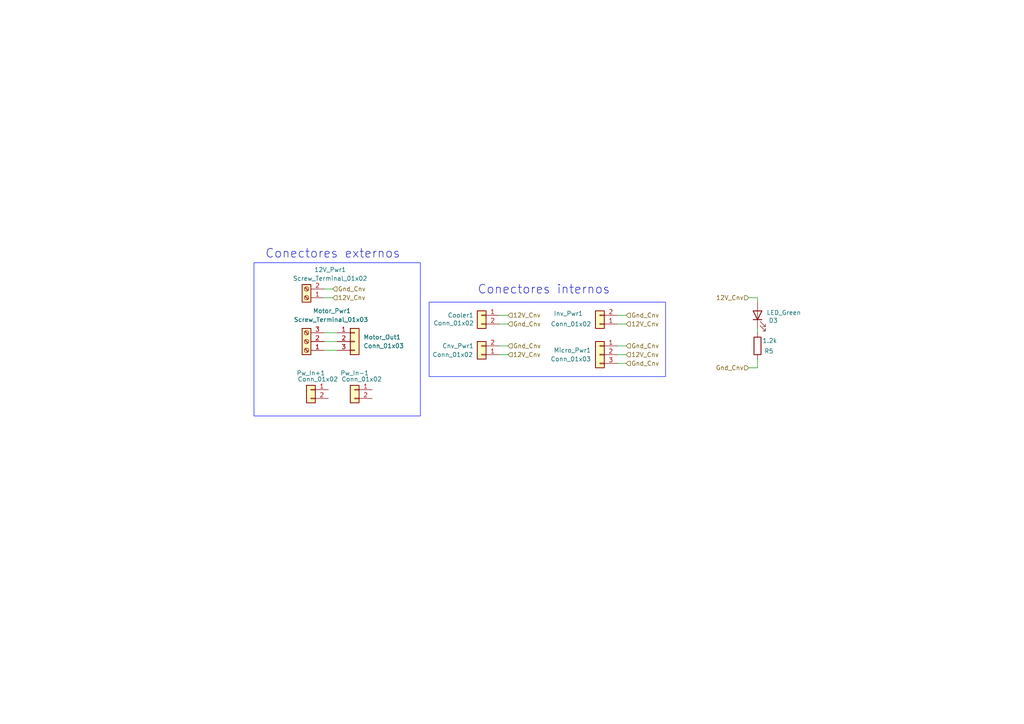
<source format=kicad_sch>
(kicad_sch
	(version 20250114)
	(generator "eeschema")
	(generator_version "9.0")
	(uuid "22a93bdb-8c70-455a-b740-7db7855c2b7c")
	(paper "A4")
	(lib_symbols
		(symbol "Connector:Screw_Terminal_01x02"
			(pin_names
				(offset 1.016)
				(hide yes)
			)
			(exclude_from_sim no)
			(in_bom yes)
			(on_board yes)
			(property "Reference" "J"
				(at 0 2.54 0)
				(effects
					(font
						(size 1.27 1.27)
					)
				)
			)
			(property "Value" "Screw_Terminal_01x02"
				(at 0 -5.08 0)
				(effects
					(font
						(size 1.27 1.27)
					)
				)
			)
			(property "Footprint" ""
				(at 0 0 0)
				(effects
					(font
						(size 1.27 1.27)
					)
					(hide yes)
				)
			)
			(property "Datasheet" "~"
				(at 0 0 0)
				(effects
					(font
						(size 1.27 1.27)
					)
					(hide yes)
				)
			)
			(property "Description" "Generic screw terminal, single row, 01x02, script generated (kicad-library-utils/schlib/autogen/connector/)"
				(at 0 0 0)
				(effects
					(font
						(size 1.27 1.27)
					)
					(hide yes)
				)
			)
			(property "ki_keywords" "screw terminal"
				(at 0 0 0)
				(effects
					(font
						(size 1.27 1.27)
					)
					(hide yes)
				)
			)
			(property "ki_fp_filters" "TerminalBlock*:*"
				(at 0 0 0)
				(effects
					(font
						(size 1.27 1.27)
					)
					(hide yes)
				)
			)
			(symbol "Screw_Terminal_01x02_1_1"
				(rectangle
					(start -1.27 1.27)
					(end 1.27 -3.81)
					(stroke
						(width 0.254)
						(type default)
					)
					(fill
						(type background)
					)
				)
				(polyline
					(pts
						(xy -0.5334 0.3302) (xy 0.3302 -0.508)
					)
					(stroke
						(width 0.1524)
						(type default)
					)
					(fill
						(type none)
					)
				)
				(polyline
					(pts
						(xy -0.5334 -2.2098) (xy 0.3302 -3.048)
					)
					(stroke
						(width 0.1524)
						(type default)
					)
					(fill
						(type none)
					)
				)
				(polyline
					(pts
						(xy -0.3556 0.508) (xy 0.508 -0.3302)
					)
					(stroke
						(width 0.1524)
						(type default)
					)
					(fill
						(type none)
					)
				)
				(polyline
					(pts
						(xy -0.3556 -2.032) (xy 0.508 -2.8702)
					)
					(stroke
						(width 0.1524)
						(type default)
					)
					(fill
						(type none)
					)
				)
				(circle
					(center 0 0)
					(radius 0.635)
					(stroke
						(width 0.1524)
						(type default)
					)
					(fill
						(type none)
					)
				)
				(circle
					(center 0 -2.54)
					(radius 0.635)
					(stroke
						(width 0.1524)
						(type default)
					)
					(fill
						(type none)
					)
				)
				(pin passive line
					(at -5.08 0 0)
					(length 3.81)
					(name "Pin_1"
						(effects
							(font
								(size 1.27 1.27)
							)
						)
					)
					(number "1"
						(effects
							(font
								(size 1.27 1.27)
							)
						)
					)
				)
				(pin passive line
					(at -5.08 -2.54 0)
					(length 3.81)
					(name "Pin_2"
						(effects
							(font
								(size 1.27 1.27)
							)
						)
					)
					(number "2"
						(effects
							(font
								(size 1.27 1.27)
							)
						)
					)
				)
			)
			(embedded_fonts no)
		)
		(symbol "Connector:Screw_Terminal_01x03"
			(pin_names
				(offset 1.016)
				(hide yes)
			)
			(exclude_from_sim no)
			(in_bom yes)
			(on_board yes)
			(property "Reference" "J"
				(at 0 5.08 0)
				(effects
					(font
						(size 1.27 1.27)
					)
				)
			)
			(property "Value" "Screw_Terminal_01x03"
				(at 0 -5.08 0)
				(effects
					(font
						(size 1.27 1.27)
					)
				)
			)
			(property "Footprint" ""
				(at 0 0 0)
				(effects
					(font
						(size 1.27 1.27)
					)
					(hide yes)
				)
			)
			(property "Datasheet" "~"
				(at 0 0 0)
				(effects
					(font
						(size 1.27 1.27)
					)
					(hide yes)
				)
			)
			(property "Description" "Generic screw terminal, single row, 01x03, script generated (kicad-library-utils/schlib/autogen/connector/)"
				(at 0 0 0)
				(effects
					(font
						(size 1.27 1.27)
					)
					(hide yes)
				)
			)
			(property "ki_keywords" "screw terminal"
				(at 0 0 0)
				(effects
					(font
						(size 1.27 1.27)
					)
					(hide yes)
				)
			)
			(property "ki_fp_filters" "TerminalBlock*:*"
				(at 0 0 0)
				(effects
					(font
						(size 1.27 1.27)
					)
					(hide yes)
				)
			)
			(symbol "Screw_Terminal_01x03_1_1"
				(rectangle
					(start -1.27 3.81)
					(end 1.27 -3.81)
					(stroke
						(width 0.254)
						(type default)
					)
					(fill
						(type background)
					)
				)
				(polyline
					(pts
						(xy -0.5334 2.8702) (xy 0.3302 2.032)
					)
					(stroke
						(width 0.1524)
						(type default)
					)
					(fill
						(type none)
					)
				)
				(polyline
					(pts
						(xy -0.5334 0.3302) (xy 0.3302 -0.508)
					)
					(stroke
						(width 0.1524)
						(type default)
					)
					(fill
						(type none)
					)
				)
				(polyline
					(pts
						(xy -0.5334 -2.2098) (xy 0.3302 -3.048)
					)
					(stroke
						(width 0.1524)
						(type default)
					)
					(fill
						(type none)
					)
				)
				(polyline
					(pts
						(xy -0.3556 3.048) (xy 0.508 2.2098)
					)
					(stroke
						(width 0.1524)
						(type default)
					)
					(fill
						(type none)
					)
				)
				(polyline
					(pts
						(xy -0.3556 0.508) (xy 0.508 -0.3302)
					)
					(stroke
						(width 0.1524)
						(type default)
					)
					(fill
						(type none)
					)
				)
				(polyline
					(pts
						(xy -0.3556 -2.032) (xy 0.508 -2.8702)
					)
					(stroke
						(width 0.1524)
						(type default)
					)
					(fill
						(type none)
					)
				)
				(circle
					(center 0 2.54)
					(radius 0.635)
					(stroke
						(width 0.1524)
						(type default)
					)
					(fill
						(type none)
					)
				)
				(circle
					(center 0 0)
					(radius 0.635)
					(stroke
						(width 0.1524)
						(type default)
					)
					(fill
						(type none)
					)
				)
				(circle
					(center 0 -2.54)
					(radius 0.635)
					(stroke
						(width 0.1524)
						(type default)
					)
					(fill
						(type none)
					)
				)
				(pin passive line
					(at -5.08 2.54 0)
					(length 3.81)
					(name "Pin_1"
						(effects
							(font
								(size 1.27 1.27)
							)
						)
					)
					(number "1"
						(effects
							(font
								(size 1.27 1.27)
							)
						)
					)
				)
				(pin passive line
					(at -5.08 0 0)
					(length 3.81)
					(name "Pin_2"
						(effects
							(font
								(size 1.27 1.27)
							)
						)
					)
					(number "2"
						(effects
							(font
								(size 1.27 1.27)
							)
						)
					)
				)
				(pin passive line
					(at -5.08 -2.54 0)
					(length 3.81)
					(name "Pin_3"
						(effects
							(font
								(size 1.27 1.27)
							)
						)
					)
					(number "3"
						(effects
							(font
								(size 1.27 1.27)
							)
						)
					)
				)
			)
			(embedded_fonts no)
		)
		(symbol "Connector_Generic:Conn_01x02"
			(pin_names
				(offset 1.016)
				(hide yes)
			)
			(exclude_from_sim no)
			(in_bom yes)
			(on_board yes)
			(property "Reference" "J"
				(at 0 2.54 0)
				(effects
					(font
						(size 1.27 1.27)
					)
				)
			)
			(property "Value" "Conn_01x02"
				(at 0 -5.08 0)
				(effects
					(font
						(size 1.27 1.27)
					)
				)
			)
			(property "Footprint" ""
				(at 0 0 0)
				(effects
					(font
						(size 1.27 1.27)
					)
					(hide yes)
				)
			)
			(property "Datasheet" "~"
				(at 0 0 0)
				(effects
					(font
						(size 1.27 1.27)
					)
					(hide yes)
				)
			)
			(property "Description" "Generic connector, single row, 01x02, script generated (kicad-library-utils/schlib/autogen/connector/)"
				(at 0 0 0)
				(effects
					(font
						(size 1.27 1.27)
					)
					(hide yes)
				)
			)
			(property "ki_keywords" "connector"
				(at 0 0 0)
				(effects
					(font
						(size 1.27 1.27)
					)
					(hide yes)
				)
			)
			(property "ki_fp_filters" "Connector*:*_1x??_*"
				(at 0 0 0)
				(effects
					(font
						(size 1.27 1.27)
					)
					(hide yes)
				)
			)
			(symbol "Conn_01x02_1_1"
				(rectangle
					(start -1.27 1.27)
					(end 1.27 -3.81)
					(stroke
						(width 0.254)
						(type default)
					)
					(fill
						(type background)
					)
				)
				(rectangle
					(start -1.27 0.127)
					(end 0 -0.127)
					(stroke
						(width 0.1524)
						(type default)
					)
					(fill
						(type none)
					)
				)
				(rectangle
					(start -1.27 -2.413)
					(end 0 -2.667)
					(stroke
						(width 0.1524)
						(type default)
					)
					(fill
						(type none)
					)
				)
				(pin passive line
					(at -5.08 0 0)
					(length 3.81)
					(name "Pin_1"
						(effects
							(font
								(size 1.27 1.27)
							)
						)
					)
					(number "1"
						(effects
							(font
								(size 1.27 1.27)
							)
						)
					)
				)
				(pin passive line
					(at -5.08 -2.54 0)
					(length 3.81)
					(name "Pin_2"
						(effects
							(font
								(size 1.27 1.27)
							)
						)
					)
					(number "2"
						(effects
							(font
								(size 1.27 1.27)
							)
						)
					)
				)
			)
			(embedded_fonts no)
		)
		(symbol "Connector_Generic:Conn_01x03"
			(pin_names
				(offset 1.016)
				(hide yes)
			)
			(exclude_from_sim no)
			(in_bom yes)
			(on_board yes)
			(property "Reference" "J"
				(at 0 5.08 0)
				(effects
					(font
						(size 1.27 1.27)
					)
				)
			)
			(property "Value" "Conn_01x03"
				(at 0 -5.08 0)
				(effects
					(font
						(size 1.27 1.27)
					)
				)
			)
			(property "Footprint" ""
				(at 0 0 0)
				(effects
					(font
						(size 1.27 1.27)
					)
					(hide yes)
				)
			)
			(property "Datasheet" "~"
				(at 0 0 0)
				(effects
					(font
						(size 1.27 1.27)
					)
					(hide yes)
				)
			)
			(property "Description" "Generic connector, single row, 01x03, script generated (kicad-library-utils/schlib/autogen/connector/)"
				(at 0 0 0)
				(effects
					(font
						(size 1.27 1.27)
					)
					(hide yes)
				)
			)
			(property "ki_keywords" "connector"
				(at 0 0 0)
				(effects
					(font
						(size 1.27 1.27)
					)
					(hide yes)
				)
			)
			(property "ki_fp_filters" "Connector*:*_1x??_*"
				(at 0 0 0)
				(effects
					(font
						(size 1.27 1.27)
					)
					(hide yes)
				)
			)
			(symbol "Conn_01x03_1_1"
				(rectangle
					(start -1.27 3.81)
					(end 1.27 -3.81)
					(stroke
						(width 0.254)
						(type default)
					)
					(fill
						(type background)
					)
				)
				(rectangle
					(start -1.27 2.667)
					(end 0 2.413)
					(stroke
						(width 0.1524)
						(type default)
					)
					(fill
						(type none)
					)
				)
				(rectangle
					(start -1.27 0.127)
					(end 0 -0.127)
					(stroke
						(width 0.1524)
						(type default)
					)
					(fill
						(type none)
					)
				)
				(rectangle
					(start -1.27 -2.413)
					(end 0 -2.667)
					(stroke
						(width 0.1524)
						(type default)
					)
					(fill
						(type none)
					)
				)
				(pin passive line
					(at -5.08 2.54 0)
					(length 3.81)
					(name "Pin_1"
						(effects
							(font
								(size 1.27 1.27)
							)
						)
					)
					(number "1"
						(effects
							(font
								(size 1.27 1.27)
							)
						)
					)
				)
				(pin passive line
					(at -5.08 0 0)
					(length 3.81)
					(name "Pin_2"
						(effects
							(font
								(size 1.27 1.27)
							)
						)
					)
					(number "2"
						(effects
							(font
								(size 1.27 1.27)
							)
						)
					)
				)
				(pin passive line
					(at -5.08 -2.54 0)
					(length 3.81)
					(name "Pin_3"
						(effects
							(font
								(size 1.27 1.27)
							)
						)
					)
					(number "3"
						(effects
							(font
								(size 1.27 1.27)
							)
						)
					)
				)
			)
			(embedded_fonts no)
		)
		(symbol "Device:LED"
			(pin_numbers
				(hide yes)
			)
			(pin_names
				(offset 1.016)
				(hide yes)
			)
			(exclude_from_sim no)
			(in_bom yes)
			(on_board yes)
			(property "Reference" "D"
				(at 0 2.54 0)
				(effects
					(font
						(size 1.27 1.27)
					)
				)
			)
			(property "Value" "LED"
				(at 0 -2.54 0)
				(effects
					(font
						(size 1.27 1.27)
					)
				)
			)
			(property "Footprint" ""
				(at 0 0 0)
				(effects
					(font
						(size 1.27 1.27)
					)
					(hide yes)
				)
			)
			(property "Datasheet" "~"
				(at 0 0 0)
				(effects
					(font
						(size 1.27 1.27)
					)
					(hide yes)
				)
			)
			(property "Description" "Light emitting diode"
				(at 0 0 0)
				(effects
					(font
						(size 1.27 1.27)
					)
					(hide yes)
				)
			)
			(property "Sim.Pins" "1=K 2=A"
				(at 0 0 0)
				(effects
					(font
						(size 1.27 1.27)
					)
					(hide yes)
				)
			)
			(property "ki_keywords" "LED diode"
				(at 0 0 0)
				(effects
					(font
						(size 1.27 1.27)
					)
					(hide yes)
				)
			)
			(property "ki_fp_filters" "LED* LED_SMD:* LED_THT:*"
				(at 0 0 0)
				(effects
					(font
						(size 1.27 1.27)
					)
					(hide yes)
				)
			)
			(symbol "LED_0_1"
				(polyline
					(pts
						(xy -3.048 -0.762) (xy -4.572 -2.286) (xy -3.81 -2.286) (xy -4.572 -2.286) (xy -4.572 -1.524)
					)
					(stroke
						(width 0)
						(type default)
					)
					(fill
						(type none)
					)
				)
				(polyline
					(pts
						(xy -1.778 -0.762) (xy -3.302 -2.286) (xy -2.54 -2.286) (xy -3.302 -2.286) (xy -3.302 -1.524)
					)
					(stroke
						(width 0)
						(type default)
					)
					(fill
						(type none)
					)
				)
				(polyline
					(pts
						(xy -1.27 0) (xy 1.27 0)
					)
					(stroke
						(width 0)
						(type default)
					)
					(fill
						(type none)
					)
				)
				(polyline
					(pts
						(xy -1.27 -1.27) (xy -1.27 1.27)
					)
					(stroke
						(width 0.254)
						(type default)
					)
					(fill
						(type none)
					)
				)
				(polyline
					(pts
						(xy 1.27 -1.27) (xy 1.27 1.27) (xy -1.27 0) (xy 1.27 -1.27)
					)
					(stroke
						(width 0.254)
						(type default)
					)
					(fill
						(type none)
					)
				)
			)
			(symbol "LED_1_1"
				(pin passive line
					(at -3.81 0 0)
					(length 2.54)
					(name "K"
						(effects
							(font
								(size 1.27 1.27)
							)
						)
					)
					(number "1"
						(effects
							(font
								(size 1.27 1.27)
							)
						)
					)
				)
				(pin passive line
					(at 3.81 0 180)
					(length 2.54)
					(name "A"
						(effects
							(font
								(size 1.27 1.27)
							)
						)
					)
					(number "2"
						(effects
							(font
								(size 1.27 1.27)
							)
						)
					)
				)
			)
			(embedded_fonts no)
		)
		(symbol "Device:R"
			(pin_numbers
				(hide yes)
			)
			(pin_names
				(offset 0)
			)
			(exclude_from_sim no)
			(in_bom yes)
			(on_board yes)
			(property "Reference" "R"
				(at 2.032 0 90)
				(effects
					(font
						(size 1.27 1.27)
					)
				)
			)
			(property "Value" "R"
				(at 0 0 90)
				(effects
					(font
						(size 1.27 1.27)
					)
				)
			)
			(property "Footprint" ""
				(at -1.778 0 90)
				(effects
					(font
						(size 1.27 1.27)
					)
					(hide yes)
				)
			)
			(property "Datasheet" "~"
				(at 0 0 0)
				(effects
					(font
						(size 1.27 1.27)
					)
					(hide yes)
				)
			)
			(property "Description" "Resistor"
				(at 0 0 0)
				(effects
					(font
						(size 1.27 1.27)
					)
					(hide yes)
				)
			)
			(property "ki_keywords" "R res resistor"
				(at 0 0 0)
				(effects
					(font
						(size 1.27 1.27)
					)
					(hide yes)
				)
			)
			(property "ki_fp_filters" "R_*"
				(at 0 0 0)
				(effects
					(font
						(size 1.27 1.27)
					)
					(hide yes)
				)
			)
			(symbol "R_0_1"
				(rectangle
					(start -1.016 -2.54)
					(end 1.016 2.54)
					(stroke
						(width 0.254)
						(type default)
					)
					(fill
						(type none)
					)
				)
			)
			(symbol "R_1_1"
				(pin passive line
					(at 0 3.81 270)
					(length 1.27)
					(name "~"
						(effects
							(font
								(size 1.27 1.27)
							)
						)
					)
					(number "1"
						(effects
							(font
								(size 1.27 1.27)
							)
						)
					)
				)
				(pin passive line
					(at 0 -3.81 90)
					(length 1.27)
					(name "~"
						(effects
							(font
								(size 1.27 1.27)
							)
						)
					)
					(number "2"
						(effects
							(font
								(size 1.27 1.27)
							)
						)
					)
				)
			)
			(embedded_fonts no)
		)
	)
	(text "Conectores internos"
		(exclude_from_sim no)
		(at 157.734 84.074 0)
		(effects
			(font
				(size 2.54 2.54)
			)
		)
		(uuid "34db0ffb-9377-4830-8de4-96022e7932f9")
	)
	(text "Conectores externos\n"
		(exclude_from_sim no)
		(at 96.52 73.66 0)
		(effects
			(font
				(size 2.54 2.54)
			)
		)
		(uuid "efd4a669-0baa-475a-8e91-400fb0dee048")
	)
	(wire
		(pts
			(xy 96.52 86.36) (xy 93.98 86.36)
		)
		(stroke
			(width 0)
			(type default)
		)
		(uuid "1363c1f9-4913-45d5-bc2b-87d339800997")
	)
	(wire
		(pts
			(xy 181.61 91.44) (xy 179.07 91.44)
		)
		(stroke
			(width 0)
			(type default)
		)
		(uuid "17f3e917-9086-4a26-bc60-8e58f8ae3ad0")
	)
	(wire
		(pts
			(xy 93.98 99.06) (xy 97.79 99.06)
		)
		(stroke
			(width 0)
			(type default)
		)
		(uuid "227e2149-2f15-4671-bfd8-3b6334f5407d")
	)
	(wire
		(pts
			(xy 147.32 102.87) (xy 144.78 102.87)
		)
		(stroke
			(width 0)
			(type default)
		)
		(uuid "2f843df4-1dcb-49b6-aa10-6efc609d52aa")
	)
	(wire
		(pts
			(xy 147.32 93.98) (xy 144.78 93.98)
		)
		(stroke
			(width 0)
			(type default)
		)
		(uuid "50c6eb0e-9c22-404d-908b-424973c874c5")
	)
	(wire
		(pts
			(xy 181.61 93.98) (xy 179.07 93.98)
		)
		(stroke
			(width 0)
			(type default)
		)
		(uuid "61da640d-814c-4502-89ca-6dafa484db20")
	)
	(wire
		(pts
			(xy 217.17 86.36) (xy 219.71 86.36)
		)
		(stroke
			(width 0)
			(type default)
		)
		(uuid "63cd7c99-7a7c-45a2-b73b-f9d32e896696")
	)
	(wire
		(pts
			(xy 219.71 95.25) (xy 219.71 96.52)
		)
		(stroke
			(width 0)
			(type default)
		)
		(uuid "65daff30-6b72-448c-be7d-23c01bec4103")
	)
	(wire
		(pts
			(xy 93.98 96.52) (xy 97.79 96.52)
		)
		(stroke
			(width 0)
			(type default)
		)
		(uuid "6b0853ae-0367-4248-a9d2-20d9bad58c1b")
	)
	(wire
		(pts
			(xy 147.32 91.44) (xy 144.78 91.44)
		)
		(stroke
			(width 0)
			(type default)
		)
		(uuid "73291e20-5fac-4ba6-8f87-adf476d07756")
	)
	(wire
		(pts
			(xy 217.17 106.68) (xy 219.71 106.68)
		)
		(stroke
			(width 0)
			(type default)
		)
		(uuid "867268de-461d-42dd-a1ee-2c05f39e0216")
	)
	(wire
		(pts
			(xy 219.71 106.68) (xy 219.71 104.14)
		)
		(stroke
			(width 0)
			(type default)
		)
		(uuid "89de8c5b-1636-4105-8339-5ea8fe5870aa")
	)
	(wire
		(pts
			(xy 147.32 100.33) (xy 144.78 100.33)
		)
		(stroke
			(width 0)
			(type default)
		)
		(uuid "8c169b6e-a6c2-4bfc-8439-ef81f5f4611a")
	)
	(wire
		(pts
			(xy 181.61 100.33) (xy 179.07 100.33)
		)
		(stroke
			(width 0)
			(type default)
		)
		(uuid "94cc5486-b448-4b1b-b4e3-ffa8aa79fd40")
	)
	(wire
		(pts
			(xy 181.61 102.87) (xy 179.07 102.87)
		)
		(stroke
			(width 0)
			(type default)
		)
		(uuid "a63d4327-66f9-4529-a34b-e279acc6321d")
	)
	(wire
		(pts
			(xy 219.71 86.36) (xy 219.71 87.63)
		)
		(stroke
			(width 0)
			(type default)
		)
		(uuid "a65a9967-fedb-4060-acf0-529c45117655")
	)
	(wire
		(pts
			(xy 179.07 105.41) (xy 181.61 105.41)
		)
		(stroke
			(width 0)
			(type default)
		)
		(uuid "a8719b27-11a3-4d4d-81fc-f3367cbe61cf")
	)
	(wire
		(pts
			(xy 96.52 83.82) (xy 93.98 83.82)
		)
		(stroke
			(width 0)
			(type default)
		)
		(uuid "c07ab6e3-5dd5-46ec-897a-47e7c22a5569")
	)
	(wire
		(pts
			(xy 93.98 101.6) (xy 97.79 101.6)
		)
		(stroke
			(width 0)
			(type default)
		)
		(uuid "f168c56e-8e71-4ca8-843f-27044e5b45cd")
	)
	(hierarchical_label "Gnd_Cnv"
		(shape input)
		(at 147.32 100.33 0)
		(effects
			(font
				(size 1.27 1.27)
			)
			(justify left)
		)
		(uuid "01be393e-7ecb-4e20-b667-8459ba4d2e00")
	)
	(hierarchical_label "12V_Cnv"
		(shape input)
		(at 147.32 102.87 0)
		(effects
			(font
				(size 1.27 1.27)
			)
			(justify left)
		)
		(uuid "0ccbb243-b8c2-4a8e-b377-896c7806f4de")
	)
	(hierarchical_label "Gnd_Cnv"
		(shape input)
		(at 181.61 105.41 0)
		(effects
			(font
				(size 1.27 1.27)
			)
			(justify left)
		)
		(uuid "4126b4df-c96b-4c40-ab7a-cea91c6b9608")
	)
	(hierarchical_label "Gnd_Cnv"
		(shape input)
		(at 181.61 91.44 0)
		(effects
			(font
				(size 1.27 1.27)
			)
			(justify left)
		)
		(uuid "48084d0e-252d-4ee1-8761-a96b2ed0f7f9")
	)
	(hierarchical_label "12V_Cnv"
		(shape input)
		(at 217.17 86.36 180)
		(effects
			(font
				(size 1.27 1.27)
			)
			(justify right)
		)
		(uuid "53cb4f5f-7737-41d3-bbbb-a31c5eb2a4bc")
	)
	(hierarchical_label "12V_Cnv"
		(shape input)
		(at 181.61 102.87 0)
		(effects
			(font
				(size 1.27 1.27)
			)
			(justify left)
		)
		(uuid "59726633-dad9-4fb3-8511-1e2a1d9ec528")
	)
	(hierarchical_label "12V_Cnv"
		(shape input)
		(at 181.61 93.98 0)
		(effects
			(font
				(size 1.27 1.27)
			)
			(justify left)
		)
		(uuid "75c33fec-a23c-4c6f-80f9-6562b714e8f9")
	)
	(hierarchical_label "Gnd_Cnv"
		(shape input)
		(at 217.17 106.68 180)
		(effects
			(font
				(size 1.27 1.27)
			)
			(justify right)
		)
		(uuid "77ed8805-de65-4741-82fe-6b821c72173d")
	)
	(hierarchical_label "12V_Cnv"
		(shape input)
		(at 96.52 86.36 0)
		(effects
			(font
				(size 1.27 1.27)
			)
			(justify left)
		)
		(uuid "989655aa-62dd-4725-be6f-0cd8836d38d5")
	)
	(hierarchical_label "Gnd_Cnv"
		(shape input)
		(at 147.32 93.98 0)
		(effects
			(font
				(size 1.27 1.27)
			)
			(justify left)
		)
		(uuid "a94a2b5a-7e30-4500-b326-76ed21f97f37")
	)
	(hierarchical_label "Gnd_Cnv"
		(shape input)
		(at 96.52 83.82 0)
		(effects
			(font
				(size 1.27 1.27)
			)
			(justify left)
		)
		(uuid "a9c0eb38-6980-4944-aefe-d09c4ca816d7")
	)
	(hierarchical_label "Gnd_Cnv"
		(shape input)
		(at 181.61 100.33 0)
		(effects
			(font
				(size 1.27 1.27)
			)
			(justify left)
		)
		(uuid "c7266527-19b4-443e-86ea-e799838ffc9f")
	)
	(hierarchical_label "12V_Cnv"
		(shape input)
		(at 147.32 91.44 0)
		(effects
			(font
				(size 1.27 1.27)
			)
			(justify left)
		)
		(uuid "eb0b5c4e-9644-4b5c-bb91-924a268ef32e")
	)
	(rule_area
		(polyline
			(pts
				(xy 73.66 76.2) (xy 73.66 120.65) (xy 121.92 120.65) (xy 121.92 76.2)
			)
			(stroke
				(width 0)
				(type solid)
				(color 0 14 255 1)
			)
			(fill
				(type none)
			)
			(uuid 0f9b4c75-8773-452e-98a9-64c46c2a2b60)
		)
	)
	(rule_area
		(polyline
			(pts
				(xy 124.46 87.63) (xy 124.46 109.22) (xy 193.04 109.22) (xy 193.04 87.63)
			)
			(stroke
				(width 0)
				(type solid)
				(color 0 14 255 1)
			)
			(fill
				(type none)
			)
			(uuid 909e5b74-d8d1-46da-8698-f70ae2831451)
		)
	)
	(symbol
		(lib_id "Device:LED")
		(at 219.71 91.44 90)
		(unit 1)
		(exclude_from_sim no)
		(in_bom yes)
		(on_board yes)
		(dnp no)
		(uuid "12f723ac-6df6-4b08-b9bf-8e2f4607b418")
		(property "Reference" "D3"
			(at 224.282 92.964 90)
			(effects
				(font
					(size 1.27 1.27)
				)
			)
		)
		(property "Value" "LED_Green"
			(at 227.33 90.678 90)
			(effects
				(font
					(size 1.27 1.27)
				)
			)
		)
		(property "Footprint" "LED_THT:LED_Rectangular_W5.0mm_H2.0mm"
			(at 219.71 91.44 0)
			(effects
				(font
					(size 1.27 1.27)
				)
				(hide yes)
			)
		)
		(property "Datasheet" "~"
			(at 219.71 91.44 0)
			(effects
				(font
					(size 1.27 1.27)
				)
				(hide yes)
			)
		)
		(property "Description" "Light emitting diode"
			(at 219.71 91.44 0)
			(effects
				(font
					(size 1.27 1.27)
				)
				(hide yes)
			)
		)
		(property "Sim.Pins" "1=K 2=A"
			(at 219.71 91.44 0)
			(effects
				(font
					(size 1.27 1.27)
				)
				(hide yes)
			)
		)
		(pin "1"
			(uuid "f0d0958f-3649-4447-b846-483ebe287f21")
		)
		(pin "2"
			(uuid "c00e8eb5-639b-4122-991d-a53e75df7955")
		)
		(instances
			(project "VFD_V1"
				(path "/e60c11d9-ab9e-4760-a4a7-008fcec65a72/fc30a5fb-ff38-4397-8c78-21712589d910"
					(reference "D3")
					(unit 1)
				)
			)
		)
	)
	(symbol
		(lib_id "Connector:Screw_Terminal_01x02")
		(at 88.9 86.36 180)
		(unit 1)
		(exclude_from_sim no)
		(in_bom yes)
		(on_board yes)
		(dnp no)
		(uuid "4879d53a-4292-4247-a619-cddb5252de6b")
		(property "Reference" "12V_Pwr1"
			(at 95.758 78.232 0)
			(effects
				(font
					(size 1.27 1.27)
				)
			)
		)
		(property "Value" "Screw_Terminal_01x02"
			(at 95.758 80.772 0)
			(effects
				(font
					(size 1.27 1.27)
				)
			)
		)
		(property "Footprint" "TerminalBlock_Phoenix:TerminalBlock_Phoenix_MKDS-1,5-2_1x02_P5.00mm_Horizontal"
			(at 88.9 86.36 0)
			(effects
				(font
					(size 1.27 1.27)
				)
				(hide yes)
			)
		)
		(property "Datasheet" "~"
			(at 88.9 86.36 0)
			(effects
				(font
					(size 1.27 1.27)
				)
				(hide yes)
			)
		)
		(property "Description" "Generic screw terminal, single row, 01x02, script generated (kicad-library-utils/schlib/autogen/connector/)"
			(at 88.9 86.36 0)
			(effects
				(font
					(size 1.27 1.27)
				)
				(hide yes)
			)
		)
		(pin "2"
			(uuid "b2937964-0fb3-4e5b-9e32-3c6d2f410cde")
		)
		(pin "1"
			(uuid "2ee88df5-fb70-4f0b-8d61-29bcfa710919")
		)
		(instances
			(project "VFD_V1"
				(path "/e60c11d9-ab9e-4760-a4a7-008fcec65a72/fc30a5fb-ff38-4397-8c78-21712589d910"
					(reference "12V_Pwr1")
					(unit 1)
				)
			)
		)
	)
	(symbol
		(lib_id "Connector:Screw_Terminal_01x03")
		(at 88.9 99.06 180)
		(unit 1)
		(exclude_from_sim no)
		(in_bom yes)
		(on_board yes)
		(dnp no)
		(uuid "4fe248a6-9840-402f-a925-76df95e0ed8b")
		(property "Reference" "Motor_Pwr1"
			(at 96.266 90.17 0)
			(effects
				(font
					(size 1.27 1.27)
				)
			)
		)
		(property "Value" "Screw_Terminal_01x03"
			(at 96.012 92.71 0)
			(effects
				(font
					(size 1.27 1.27)
				)
			)
		)
		(property "Footprint" "TerminalBlock_Dinkle:TerminalBlock_Dinkle_DT-55-B01X-03_P10.00mm"
			(at 88.9 99.06 0)
			(effects
				(font
					(size 1.27 1.27)
				)
				(hide yes)
			)
		)
		(property "Datasheet" "~"
			(at 88.9 99.06 0)
			(effects
				(font
					(size 1.27 1.27)
				)
				(hide yes)
			)
		)
		(property "Description" "Generic screw terminal, single row, 01x03, script generated (kicad-library-utils/schlib/autogen/connector/)"
			(at 88.9 99.06 0)
			(effects
				(font
					(size 1.27 1.27)
				)
				(hide yes)
			)
		)
		(pin "1"
			(uuid "33776b66-67c9-40ee-be4d-4e446e96098f")
		)
		(pin "3"
			(uuid "a0d2d4d3-c322-4862-962f-5aa583e46ff5")
		)
		(pin "2"
			(uuid "ebbdae5e-0ff4-4489-9e60-40ea06f4e923")
		)
		(instances
			(project ""
				(path "/e60c11d9-ab9e-4760-a4a7-008fcec65a72/fc30a5fb-ff38-4397-8c78-21712589d910"
					(reference "Motor_Pwr1")
					(unit 1)
				)
			)
		)
	)
	(symbol
		(lib_id "Connector_Generic:Conn_01x03")
		(at 173.99 102.87 0)
		(mirror y)
		(unit 1)
		(exclude_from_sim no)
		(in_bom yes)
		(on_board yes)
		(dnp no)
		(uuid "65bc796e-3af8-4a3c-a6eb-d2d6af11d2c9")
		(property "Reference" "Micro_Pwr1"
			(at 171.45 101.5999 0)
			(effects
				(font
					(size 1.27 1.27)
				)
				(justify left)
			)
		)
		(property "Value" "Conn_01x03"
			(at 171.45 104.1399 0)
			(effects
				(font
					(size 1.27 1.27)
				)
				(justify left)
			)
		)
		(property "Footprint" "Connector_JST:JST_XH_B3B-XH-A_1x03_P2.50mm_Vertical"
			(at 173.99 102.87 0)
			(effects
				(font
					(size 1.27 1.27)
				)
				(hide yes)
			)
		)
		(property "Datasheet" "~"
			(at 173.99 102.87 0)
			(effects
				(font
					(size 1.27 1.27)
				)
				(hide yes)
			)
		)
		(property "Description" "Generic connector, single row, 01x03, script generated (kicad-library-utils/schlib/autogen/connector/)"
			(at 173.99 102.87 0)
			(effects
				(font
					(size 1.27 1.27)
				)
				(hide yes)
			)
		)
		(pin "3"
			(uuid "fbd66b4e-2b4a-4121-a873-fbd61060a26b")
		)
		(pin "1"
			(uuid "ac841a80-8c1d-4c9b-99d4-2b763de47cec")
		)
		(pin "2"
			(uuid "2d5ecdaa-0751-4025-91e9-9f8e2d90d280")
		)
		(instances
			(project "PCB_Interfaz"
				(path "/e60c11d9-ab9e-4760-a4a7-008fcec65a72/fc30a5fb-ff38-4397-8c78-21712589d910"
					(reference "Micro_Pwr1")
					(unit 1)
				)
			)
		)
	)
	(symbol
		(lib_id "Device:R")
		(at 219.71 100.33 0)
		(unit 1)
		(exclude_from_sim no)
		(in_bom yes)
		(on_board yes)
		(dnp no)
		(uuid "902490f2-941a-4492-85fc-5b2cd471fefa")
		(property "Reference" "R5"
			(at 223.012 101.854 0)
			(effects
				(font
					(size 1.27 1.27)
				)
			)
		)
		(property "Value" "1.2k"
			(at 223.266 98.806 0)
			(effects
				(font
					(size 1.27 1.27)
				)
			)
		)
		(property "Footprint" "Resistor_THT:R_Axial_DIN0207_L6.3mm_D2.5mm_P10.16mm_Horizontal"
			(at 217.932 100.33 90)
			(effects
				(font
					(size 1.27 1.27)
				)
				(hide yes)
			)
		)
		(property "Datasheet" "~"
			(at 219.71 100.33 0)
			(effects
				(font
					(size 1.27 1.27)
				)
				(hide yes)
			)
		)
		(property "Description" "Resistor"
			(at 219.71 100.33 0)
			(effects
				(font
					(size 1.27 1.27)
				)
				(hide yes)
			)
		)
		(pin "1"
			(uuid "b2286a1a-2666-4b8f-95b4-c389c50a81c4")
		)
		(pin "2"
			(uuid "22cdd5b8-c880-46eb-9a63-9d1608763c81")
		)
		(instances
			(project "VFD_V1"
				(path "/e60c11d9-ab9e-4760-a4a7-008fcec65a72/fc30a5fb-ff38-4397-8c78-21712589d910"
					(reference "R5")
					(unit 1)
				)
			)
		)
	)
	(symbol
		(lib_id "Connector_Generic:Conn_01x03")
		(at 102.87 99.06 0)
		(unit 1)
		(exclude_from_sim no)
		(in_bom yes)
		(on_board yes)
		(dnp no)
		(fields_autoplaced yes)
		(uuid "bd621e4b-e37a-49d0-8883-5f1197d185ec")
		(property "Reference" "Motor_Out1"
			(at 105.41 97.7899 0)
			(effects
				(font
					(size 1.27 1.27)
				)
				(justify left)
			)
		)
		(property "Value" "Conn_01x03"
			(at 105.41 100.3299 0)
			(effects
				(font
					(size 1.27 1.27)
				)
				(justify left)
			)
		)
		(property "Footprint" "Connector_Phoenix_MC_HighVoltage:PhoenixContact_MCV_1,5_3-G-5.08_1x03_P5.08mm_Vertical"
			(at 102.87 99.06 0)
			(effects
				(font
					(size 1.27 1.27)
				)
				(hide yes)
			)
		)
		(property "Datasheet" "~"
			(at 102.87 99.06 0)
			(effects
				(font
					(size 1.27 1.27)
				)
				(hide yes)
			)
		)
		(property "Description" "Generic connector, single row, 01x03, script generated (kicad-library-utils/schlib/autogen/connector/)"
			(at 102.87 99.06 0)
			(effects
				(font
					(size 1.27 1.27)
				)
				(hide yes)
			)
		)
		(pin "3"
			(uuid "00269542-df21-4405-a239-bc78697ca006")
		)
		(pin "1"
			(uuid "08df447e-cea6-41f2-8413-6b5f285a9975")
		)
		(pin "2"
			(uuid "2602c808-9a6f-4d9d-a0cd-448792dda9be")
		)
		(instances
			(project "VFD_V1"
				(path "/e60c11d9-ab9e-4760-a4a7-008fcec65a72/fc30a5fb-ff38-4397-8c78-21712589d910"
					(reference "Motor_Out1")
					(unit 1)
				)
			)
		)
	)
	(symbol
		(lib_id "Connector_Generic:Conn_01x02")
		(at 102.87 113.03 0)
		(mirror y)
		(unit 1)
		(exclude_from_sim no)
		(in_bom yes)
		(on_board yes)
		(dnp no)
		(uuid "c2a59d44-cf30-474c-b60b-c84a61288e36")
		(property "Reference" "Pw_In-1"
			(at 102.87 108.204 0)
			(effects
				(font
					(size 1.27 1.27)
				)
			)
		)
		(property "Value" "Conn_01x02"
			(at 104.902 109.982 0)
			(effects
				(font
					(size 1.27 1.27)
				)
			)
		)
		(property "Footprint" "BananaSocket_THT:BananaSocket - 2P - 4mm"
			(at 102.87 113.03 0)
			(effects
				(font
					(size 1.27 1.27)
				)
				(hide yes)
			)
		)
		(property "Datasheet" "~"
			(at 102.87 113.03 0)
			(effects
				(font
					(size 1.27 1.27)
				)
				(hide yes)
			)
		)
		(property "Description" "Generic connector, single row, 01x02, script generated (kicad-library-utils/schlib/autogen/connector/)"
			(at 102.87 113.03 0)
			(effects
				(font
					(size 1.27 1.27)
				)
				(hide yes)
			)
		)
		(pin "1"
			(uuid "59d689d0-b4a1-4059-adab-ab42e80f691d")
		)
		(pin "2"
			(uuid "fabe2fe9-223e-484b-9a6c-1dfbf4dfd4a5")
		)
		(instances
			(project "VFD_V1"
				(path "/e60c11d9-ab9e-4760-a4a7-008fcec65a72/fc30a5fb-ff38-4397-8c78-21712589d910"
					(reference "Pw_In-1")
					(unit 1)
				)
			)
		)
	)
	(symbol
		(lib_id "Connector_Generic:Conn_01x02")
		(at 139.7 102.87 180)
		(unit 1)
		(exclude_from_sim no)
		(in_bom yes)
		(on_board yes)
		(dnp no)
		(uuid "e7055fd8-d355-4bd4-b44f-4973f2eb24c2")
		(property "Reference" "Cnv_Pwr1"
			(at 132.842 100.33 0)
			(effects
				(font
					(size 1.27 1.27)
				)
			)
		)
		(property "Value" "Conn_01x02"
			(at 131.318 102.87 0)
			(effects
				(font
					(size 1.27 1.27)
				)
			)
		)
		(property "Footprint" "Connector_Molex:Molex_KK-254_AE-6410-02A_1x02_P2.54mm_Vertical"
			(at 139.7 102.87 0)
			(effects
				(font
					(size 1.27 1.27)
				)
				(hide yes)
			)
		)
		(property "Datasheet" "~"
			(at 139.7 102.87 0)
			(effects
				(font
					(size 1.27 1.27)
				)
				(hide yes)
			)
		)
		(property "Description" "Generic connector, single row, 01x02, script generated (kicad-library-utils/schlib/autogen/connector/)"
			(at 139.7 102.87 0)
			(effects
				(font
					(size 1.27 1.27)
				)
				(hide yes)
			)
		)
		(pin "1"
			(uuid "840fdf34-90e4-4b6c-a2b1-97e2833d28b6")
		)
		(pin "2"
			(uuid "8f1e0557-e86f-4106-aa6a-2350869d018f")
		)
		(instances
			(project "VFD_V1"
				(path "/e60c11d9-ab9e-4760-a4a7-008fcec65a72/fc30a5fb-ff38-4397-8c78-21712589d910"
					(reference "Cnv_Pwr1")
					(unit 1)
				)
			)
		)
	)
	(symbol
		(lib_id "Connector_Generic:Conn_01x02")
		(at 90.17 113.03 0)
		(mirror y)
		(unit 1)
		(exclude_from_sim no)
		(in_bom yes)
		(on_board yes)
		(dnp no)
		(uuid "eb25fcdc-b214-4599-bde4-483a03b0b49b")
		(property "Reference" "Pw_In+1"
			(at 90.17 108.204 0)
			(effects
				(font
					(size 1.27 1.27)
				)
			)
		)
		(property "Value" "Conn_01x02"
			(at 92.202 109.982 0)
			(effects
				(font
					(size 1.27 1.27)
				)
			)
		)
		(property "Footprint" "BananaSocket_THT:BananaSocket - 2P - 4mm"
			(at 90.17 113.03 0)
			(effects
				(font
					(size 1.27 1.27)
				)
				(hide yes)
			)
		)
		(property "Datasheet" "~"
			(at 90.17 113.03 0)
			(effects
				(font
					(size 1.27 1.27)
				)
				(hide yes)
			)
		)
		(property "Description" "Generic connector, single row, 01x02, script generated (kicad-library-utils/schlib/autogen/connector/)"
			(at 90.17 113.03 0)
			(effects
				(font
					(size 1.27 1.27)
				)
				(hide yes)
			)
		)
		(pin "1"
			(uuid "ac0c30a7-13bf-423c-b5b7-adb32d389ff6")
		)
		(pin "2"
			(uuid "2edf85e3-cc5e-4a72-b6fd-9e3575872ef3")
		)
		(instances
			(project "VFD_V1"
				(path "/e60c11d9-ab9e-4760-a4a7-008fcec65a72/fc30a5fb-ff38-4397-8c78-21712589d910"
					(reference "Pw_In+1")
					(unit 1)
				)
			)
		)
	)
	(symbol
		(lib_id "Connector_Generic:Conn_01x02")
		(at 139.7 91.44 0)
		(mirror y)
		(unit 1)
		(exclude_from_sim no)
		(in_bom yes)
		(on_board yes)
		(dnp no)
		(uuid "f0e7c5a4-df92-431e-9c3e-48754dcbbcb9")
		(property "Reference" "Cooler1"
			(at 133.604 91.44 0)
			(effects
				(font
					(size 1.27 1.27)
				)
			)
		)
		(property "Value" "Conn_01x02"
			(at 131.572 93.726 0)
			(effects
				(font
					(size 1.27 1.27)
				)
			)
		)
		(property "Footprint" "Connector_Molex:Molex_KK-254_AE-6410-02A_1x02_P2.54mm_Vertical"
			(at 139.7 91.44 0)
			(effects
				(font
					(size 1.27 1.27)
				)
				(hide yes)
			)
		)
		(property "Datasheet" "~"
			(at 139.7 91.44 0)
			(effects
				(font
					(size 1.27 1.27)
				)
				(hide yes)
			)
		)
		(property "Description" "Generic connector, single row, 01x02, script generated (kicad-library-utils/schlib/autogen/connector/)"
			(at 139.7 91.44 0)
			(effects
				(font
					(size 1.27 1.27)
				)
				(hide yes)
			)
		)
		(pin "1"
			(uuid "76cb6ef7-a2d1-4d25-a45a-2cd96b722ef8")
		)
		(pin "2"
			(uuid "89b45e21-03b9-4a0a-8516-f605e4bdf1fe")
		)
		(instances
			(project "VFD_V1"
				(path "/e60c11d9-ab9e-4760-a4a7-008fcec65a72/fc30a5fb-ff38-4397-8c78-21712589d910"
					(reference "Cooler1")
					(unit 1)
				)
			)
		)
	)
	(symbol
		(lib_id "Connector_Generic:Conn_01x02")
		(at 173.99 93.98 180)
		(unit 1)
		(exclude_from_sim no)
		(in_bom yes)
		(on_board yes)
		(dnp no)
		(uuid "f82e55d6-f441-447e-8450-d9beef4b8464")
		(property "Reference" "Inv_Pwr1"
			(at 164.846 90.932 0)
			(effects
				(font
					(size 1.27 1.27)
				)
			)
		)
		(property "Value" "Conn_01x02"
			(at 165.608 93.98 0)
			(effects
				(font
					(size 1.27 1.27)
				)
			)
		)
		(property "Footprint" "Connector_Molex:Molex_KK-254_AE-6410-02A_1x02_P2.54mm_Vertical"
			(at 173.99 93.98 0)
			(effects
				(font
					(size 1.27 1.27)
				)
				(hide yes)
			)
		)
		(property "Datasheet" "~"
			(at 173.99 93.98 0)
			(effects
				(font
					(size 1.27 1.27)
				)
				(hide yes)
			)
		)
		(property "Description" "Generic connector, single row, 01x02, script generated (kicad-library-utils/schlib/autogen/connector/)"
			(at 173.99 93.98 0)
			(effects
				(font
					(size 1.27 1.27)
				)
				(hide yes)
			)
		)
		(pin "1"
			(uuid "4242cf48-bee9-44f3-ac12-f0e937020908")
		)
		(pin "2"
			(uuid "c5ba59df-edf7-48a6-af6a-c4f4fa251c2f")
		)
		(instances
			(project "VFD_V1"
				(path "/e60c11d9-ab9e-4760-a4a7-008fcec65a72/fc30a5fb-ff38-4397-8c78-21712589d910"
					(reference "Inv_Pwr1")
					(unit 1)
				)
			)
		)
	)
)

</source>
